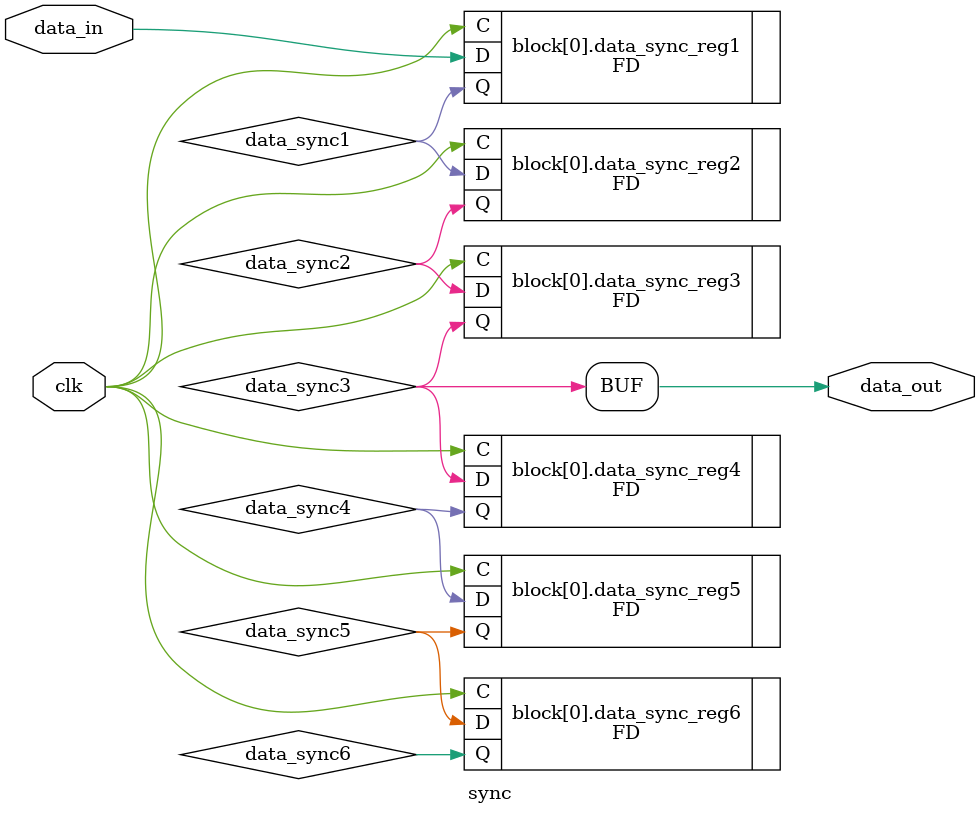
<source format=v>
/**************************************
* Module: sync
* Date:2014-11-07  
* Author: rdikshi     
*
* Description: 
***************************************/
`timescale 1ps / 1ps

module sync #(
  parameter INITIALISE = 6'b000000,
  parameter WIDTH = 1
)
(
  input        clk,              // clock to be sync'ed to
  input        [WIDTH-1:0]data_in,          // Data to be 'synced'
  output       [WIDTH-1:0]data_out          // synced data
);

  // Internal Signals
  wire [WIDTH-1:0]data_sync1;
  wire [WIDTH-1:0]data_sync2;
  wire [WIDTH-1:0]data_sync3;
  wire [WIDTH-1:0]data_sync4;
  wire [WIDTH-1:0]data_sync5;
  wire [WIDTH-1:0]data_sync6;

genvar ik;
generate
    for (ik = 0; ik < WIDTH; ik = ik + 1) begin : block
           (* shreg_extract = "no", ASYNC_REG = "TRUE" *)
          FD #(
            .INIT (INITIALISE[0])
          ) data_sync_reg1 (
            .C  (clk),
            .D  (data_in[ik]),
            .Q  (data_sync1[ik])
          );
        
        
          (* shreg_extract = "no", ASYNC_REG = "TRUE" *)
          FD #(
           .INIT (INITIALISE[1])
          ) data_sync_reg2 (
          .C  (clk),
          .D  (data_sync1[ik]),
          .Q  (data_sync2[ik])
          );
        
        
          (* shreg_extract = "no", ASYNC_REG = "TRUE" *)
          FD #(
           .INIT (INITIALISE[2])
          ) data_sync_reg3 (
          .C  (clk),
          .D  (data_sync2[ik]),
          .Q  (data_sync3[ik])
          );
        
          (* shreg_extract = "no", ASYNC_REG = "TRUE" *)
          FD #(
           .INIT (INITIALISE[3])
          ) data_sync_reg4 (
          .C  (clk),
          .D  (data_sync3[ik]),
          .Q  (data_sync4[ik])
          );
        
          (* shreg_extract = "no", ASYNC_REG = "TRUE" *)
          FD #(
           .INIT (INITIALISE[4])
          ) data_sync_reg5 (
          .C  (clk),
          .D  (data_sync4[ik]),
          .Q  (data_sync5[ik])
          );
        
          (* shreg_extract = "no", ASYNC_REG = "TRUE" *)
          FD #(
           .INIT (INITIALISE[5])
          ) data_sync_reg6 (
          .C  (clk),
          .D  (data_sync5[ik]),
          .Q  (data_sync6[ik])
          );
          assign data_out[ik] = data_sync3[ik];
    end
endgenerate




endmodule


</source>
